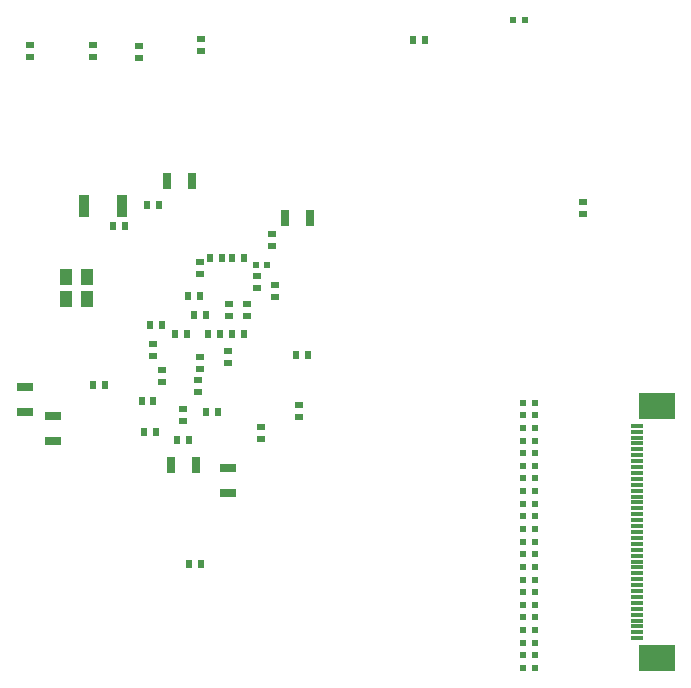
<source format=gbp>
G04*
G04 #@! TF.GenerationSoftware,Altium Limited,Altium Designer,20.1.11 (218)*
G04*
G04 Layer_Color=128*
%FSLAX25Y25*%
%MOIN*%
G70*
G04*
G04 #@! TF.SameCoordinates,731B5D3F-845C-401C-AC73-029E605C2F8B*
G04*
G04*
G04 #@! TF.FilePolarity,Positive*
G04*
G01*
G75*
%ADD23R,0.02756X0.02362*%
%ADD24R,0.02362X0.02756*%
%ADD25R,0.02362X0.02362*%
%ADD32R,0.05512X0.03150*%
%ADD41R,0.03150X0.05512*%
%ADD83R,0.04331X0.05512*%
%ADD84R,0.03740X0.07480*%
%ADD85R,0.04331X0.01181*%
%ADD86R,0.12205X0.09055*%
D23*
X404893Y266374D02*
D03*
Y270311D02*
D03*
X404115Y262779D02*
D03*
Y258842D02*
D03*
X389231Y274586D02*
D03*
Y270649D02*
D03*
X392299Y265967D02*
D03*
Y262031D02*
D03*
X399280Y248915D02*
D03*
Y252852D02*
D03*
X425390Y243049D02*
D03*
Y246986D02*
D03*
X438057Y250289D02*
D03*
Y254226D02*
D03*
X414320Y268300D02*
D03*
Y272237D02*
D03*
X414462Y284115D02*
D03*
Y288052D02*
D03*
X420572Y287996D02*
D03*
Y284059D02*
D03*
X430010Y290381D02*
D03*
Y294318D02*
D03*
X423757Y297277D02*
D03*
Y293340D02*
D03*
X404907Y297988D02*
D03*
Y301925D02*
D03*
X428797Y311446D02*
D03*
Y307509D02*
D03*
X405081Y376193D02*
D03*
Y372256D02*
D03*
X384586Y374046D02*
D03*
Y370109D02*
D03*
X369294Y374220D02*
D03*
Y370283D02*
D03*
X348115Y374210D02*
D03*
Y370273D02*
D03*
X532451Y322038D02*
D03*
Y318101D02*
D03*
D24*
X401032Y290746D02*
D03*
X404969D02*
D03*
X402965Y284378D02*
D03*
X406903D02*
D03*
X407673Y278055D02*
D03*
X411610D02*
D03*
X392340Y280919D02*
D03*
X388403D02*
D03*
X396532Y278032D02*
D03*
X400469D02*
D03*
X389345Y255820D02*
D03*
X385408D02*
D03*
X369143Y260910D02*
D03*
X373080D02*
D03*
X386300Y245210D02*
D03*
X390237D02*
D03*
X397267Y242826D02*
D03*
X401204D02*
D03*
X407031Y252161D02*
D03*
X410968D02*
D03*
X436812Y271009D02*
D03*
X440750D02*
D03*
X419598Y277951D02*
D03*
X415661D02*
D03*
X412245Y303326D02*
D03*
X408308D02*
D03*
X419672Y303399D02*
D03*
X415735D02*
D03*
X375810Y314148D02*
D03*
X379747D02*
D03*
X387381Y321132D02*
D03*
X391318D02*
D03*
X479797Y376130D02*
D03*
X475860D02*
D03*
X401255Y201388D02*
D03*
X405192D02*
D03*
D25*
X427394Y300901D02*
D03*
X423457D02*
D03*
X509214Y382813D02*
D03*
X513151D02*
D03*
X516497Y191950D02*
D03*
X512560D02*
D03*
X516497Y196162D02*
D03*
X512560D02*
D03*
Y166676D02*
D03*
X516497D02*
D03*
Y200375D02*
D03*
X512560D02*
D03*
Y170888D02*
D03*
X516497D02*
D03*
Y204587D02*
D03*
X512560D02*
D03*
Y175101D02*
D03*
X516497D02*
D03*
Y208800D02*
D03*
X512560D02*
D03*
Y183525D02*
D03*
X516497D02*
D03*
Y213012D02*
D03*
X512560D02*
D03*
Y187738D02*
D03*
X516497D02*
D03*
Y217224D02*
D03*
X512560D02*
D03*
X516497Y242498D02*
D03*
X512560D02*
D03*
X516497Y246711D02*
D03*
X512560D02*
D03*
X516497Y250923D02*
D03*
X512560D02*
D03*
X516497Y255135D02*
D03*
X512560D02*
D03*
X516497Y179313D02*
D03*
X512560D02*
D03*
X516497Y221437D02*
D03*
X512560D02*
D03*
X516497Y225649D02*
D03*
X512560D02*
D03*
X516497Y229861D02*
D03*
X512560D02*
D03*
X516497Y234074D02*
D03*
X512560D02*
D03*
X516497Y238286D02*
D03*
X512560D02*
D03*
D32*
X346488Y260358D02*
D03*
Y252090D02*
D03*
X355977Y242317D02*
D03*
Y250584D02*
D03*
X414226Y224933D02*
D03*
Y233201D02*
D03*
D41*
X395259Y234439D02*
D03*
X403527D02*
D03*
X441409Y316716D02*
D03*
X433142D02*
D03*
X394049Y329091D02*
D03*
X402316D02*
D03*
D83*
X360241Y289654D02*
D03*
X367328D02*
D03*
X360122Y297158D02*
D03*
X367209D02*
D03*
D84*
X379018Y320846D02*
D03*
X366223D02*
D03*
D85*
X550466Y247449D02*
D03*
Y245480D02*
D03*
Y243512D02*
D03*
Y241543D02*
D03*
Y239575D02*
D03*
Y237606D02*
D03*
Y235638D02*
D03*
Y233669D02*
D03*
Y231701D02*
D03*
Y229732D02*
D03*
Y227764D02*
D03*
Y225795D02*
D03*
Y223827D02*
D03*
Y221858D02*
D03*
Y219890D02*
D03*
Y217921D02*
D03*
Y215953D02*
D03*
Y213984D02*
D03*
Y212016D02*
D03*
Y210047D02*
D03*
Y208079D02*
D03*
Y206110D02*
D03*
Y204142D02*
D03*
Y202173D02*
D03*
Y200205D02*
D03*
Y198236D02*
D03*
Y196268D02*
D03*
Y194299D02*
D03*
Y192331D02*
D03*
Y190362D02*
D03*
Y188394D02*
D03*
Y186425D02*
D03*
Y184457D02*
D03*
Y182488D02*
D03*
Y180520D02*
D03*
Y178551D02*
D03*
Y176583D02*
D03*
D86*
X557159Y170008D02*
D03*
Y254024D02*
D03*
M02*

</source>
